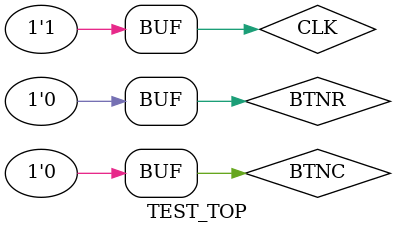
<source format=v>
`timescale 1ns / 1ps

module TEST_TOP;

	reg CLK;
	reg BTNC;
	reg BTNR;

	wire [6:0] SWG;
	wire AN0;
	wire AN1;
	wire LED0;

	TOP uut (
		.CLK(CLK), 
		.BTNC(BTNC), 
		.BTNR(BTNR), 
		.SWG(SWG), 
		.AN0(AN0), 
		.AN1(AN1), 
		.LED0(LED0)
	);

   always begin
      CLK = 1'b0; #25;
      CLK = 1'b1; #25;
   end  
	
	initial begin
		BTNC = 0; BTNR = 0; #100;
		BTNR = 1; #100;
		BTNR = 0; #100;
		
		repeat (16) begin
			repeat (4) begin
				BTNC = 1; #50;
				BTNC = 0; #150;
			end
		end
	end
      
endmodule


</source>
